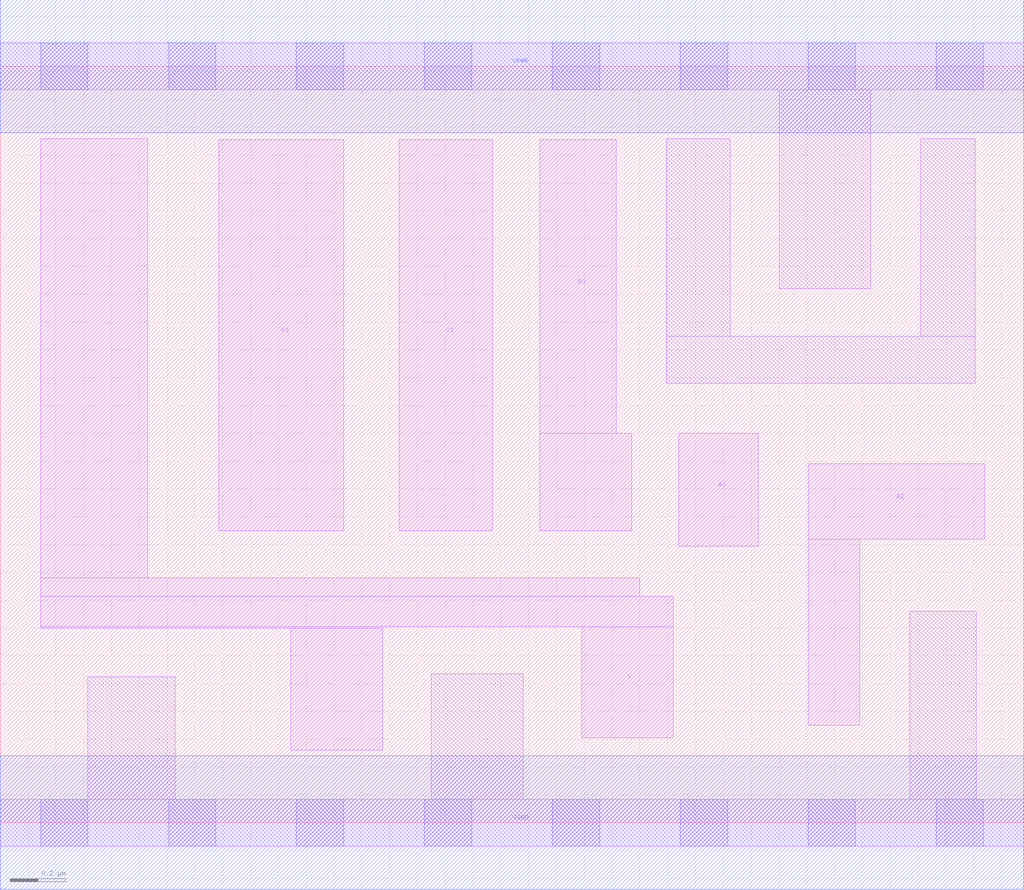
<source format=lef>
# Copyright 2020 The SkyWater PDK Authors
#
# Licensed under the Apache License, Version 2.0 (the "License");
# you may not use this file except in compliance with the License.
# You may obtain a copy of the License at
#
#     https://www.apache.org/licenses/LICENSE-2.0
#
# Unless required by applicable law or agreed to in writing, software
# distributed under the License is distributed on an "AS IS" BASIS,
# WITHOUT WARRANTIES OR CONDITIONS OF ANY KIND, either express or implied.
# See the License for the specific language governing permissions and
# limitations under the License.
#
# SPDX-License-Identifier: Apache-2.0

VERSION 5.7 ;
  NOWIREEXTENSIONATPIN ON ;
  DIVIDERCHAR "/" ;
  BUSBITCHARS "[]" ;
UNITS
  DATABASE MICRONS 200 ;
END UNITS
MACRO sky130_fd_sc_hd__a2111oi_1
  CLASS CORE ;
  FOREIGN sky130_fd_sc_hd__a2111oi_1 ;
  ORIGIN  0.000000  0.000000 ;
  SIZE  3.680000 BY  2.720000 ;
  SYMMETRY X Y R90 ;
  SITE unithd ;
  PIN A1
    ANTENNAGATEAREA  0.247500 ;
    DIRECTION INPUT ;
    USE SIGNAL ;
    PORT
      LAYER li1 ;
        RECT 2.440000 0.995000 2.725000 1.400000 ;
    END
  END A1
  PIN A2
    ANTENNAGATEAREA  0.247500 ;
    DIRECTION INPUT ;
    USE SIGNAL ;
    PORT
      LAYER li1 ;
        RECT 2.905000 0.350000 3.090000 1.020000 ;
        RECT 2.905000 1.020000 3.540000 1.290000 ;
    END
  END A2
  PIN B1
    ANTENNAGATEAREA  0.247500 ;
    DIRECTION INPUT ;
    USE SIGNAL ;
    PORT
      LAYER li1 ;
        RECT 1.940000 1.050000 2.270000 1.400000 ;
        RECT 1.940000 1.400000 2.215000 2.455000 ;
    END
  END B1
  PIN C1
    ANTENNAGATEAREA  0.247500 ;
    DIRECTION INPUT ;
    USE SIGNAL ;
    PORT
      LAYER li1 ;
        RECT 1.435000 1.050000 1.770000 2.455000 ;
    END
  END C1
  PIN D1
    ANTENNAGATEAREA  0.247500 ;
    DIRECTION INPUT ;
    USE SIGNAL ;
    PORT
      LAYER li1 ;
        RECT 0.785000 1.050000 1.235000 2.455000 ;
    END
  END D1
  PIN Y
    ANTENNADIFFAREA  1.388750 ;
    DIRECTION OUTPUT ;
    USE SIGNAL ;
    PORT
      LAYER li1 ;
        RECT 0.145000 0.700000 1.375000 0.705000 ;
        RECT 0.145000 0.705000 2.420000 0.815000 ;
        RECT 0.145000 0.815000 2.300000 0.880000 ;
        RECT 0.145000 0.880000 0.530000 2.460000 ;
        RECT 1.045000 0.260000 1.375000 0.700000 ;
        RECT 2.090000 0.305000 2.420000 0.705000 ;
    END
  END Y
  PIN VGND
    DIRECTION INOUT ;
    SHAPE ABUTMENT ;
    USE GROUND ;
    PORT
      LAYER met1 ;
        RECT 0.000000 -0.240000 3.680000 0.240000 ;
    END
  END VGND
  PIN VPWR
    DIRECTION INOUT ;
    SHAPE ABUTMENT ;
    USE POWER ;
    PORT
      LAYER met1 ;
        RECT 0.000000 2.480000 3.680000 2.960000 ;
    END
  END VPWR
  OBS
    LAYER li1 ;
      RECT 0.000000 -0.085000 3.680000 0.085000 ;
      RECT 0.000000  2.635000 3.680000 2.805000 ;
      RECT 0.315000  0.085000 0.630000 0.525000 ;
      RECT 1.550000  0.085000 1.880000 0.535000 ;
      RECT 2.395000  1.580000 3.505000 1.750000 ;
      RECT 2.395000  1.750000 2.625000 2.460000 ;
      RECT 2.800000  1.920000 3.130000 2.635000 ;
      RECT 3.270000  0.085000 3.510000 0.760000 ;
      RECT 3.310000  1.750000 3.505000 2.460000 ;
    LAYER mcon ;
      RECT 0.145000 -0.085000 0.315000 0.085000 ;
      RECT 0.145000  2.635000 0.315000 2.805000 ;
      RECT 0.605000 -0.085000 0.775000 0.085000 ;
      RECT 0.605000  2.635000 0.775000 2.805000 ;
      RECT 1.065000 -0.085000 1.235000 0.085000 ;
      RECT 1.065000  2.635000 1.235000 2.805000 ;
      RECT 1.525000 -0.085000 1.695000 0.085000 ;
      RECT 1.525000  2.635000 1.695000 2.805000 ;
      RECT 1.985000 -0.085000 2.155000 0.085000 ;
      RECT 1.985000  2.635000 2.155000 2.805000 ;
      RECT 2.445000 -0.085000 2.615000 0.085000 ;
      RECT 2.445000  2.635000 2.615000 2.805000 ;
      RECT 2.905000 -0.085000 3.075000 0.085000 ;
      RECT 2.905000  2.635000 3.075000 2.805000 ;
      RECT 3.365000 -0.085000 3.535000 0.085000 ;
      RECT 3.365000  2.635000 3.535000 2.805000 ;
  END
END sky130_fd_sc_hd__a2111oi_1
END LIBRARY

</source>
